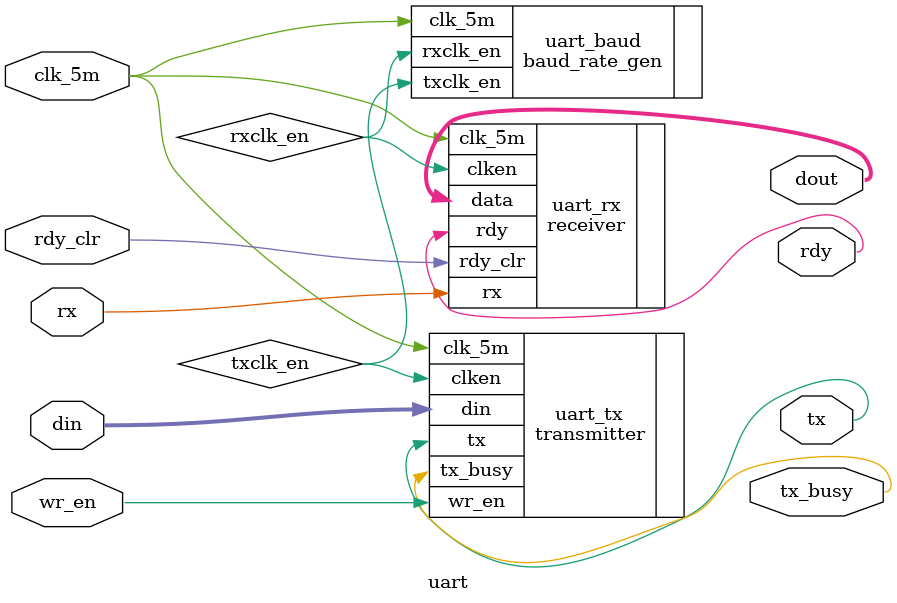
<source format=v>
module uart(input wire [7:0] din,
	    input wire wr_en,
	    input wire clk_5m,
	    output wire tx,
	    output wire tx_busy,
	    input wire rx,
	    output wire rdy,
	    input wire rdy_clr,
	    output wire [7:0] dout);

wire rxclk_en, txclk_en;

baud_rate_gen uart_baud(.clk_5m(clk_5m),
			.rxclk_en(rxclk_en),
			.txclk_en(txclk_en));
transmitter uart_tx(.din(din),
		    .wr_en(wr_en),
		    .clk_5m(clk_5m),
		    .clken(txclk_en),
		    .tx(tx),
		    .tx_busy(tx_busy));
receiver uart_rx(.rx(rx),
		 .rdy(rdy),
		 .rdy_clr(rdy_clr),
		 .clk_5m(clk_5m),
		 .clken(rxclk_en),
		 .data(dout));

endmodule
</source>
